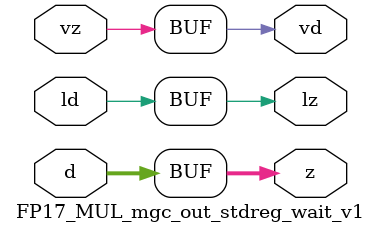
<source format=v>
module FP17_MUL_mgc_out_stdreg_wait_v1 (ld, vd, d, lz, vz, z);
  parameter integer rscid = 1;
  parameter integer width = 8;
  input ld;
  output vd;
  input [width-1:0] d;
  output lz;
  input vz;
  output [width-1:0] z;
  wire vd;
  wire lz;
  wire [width-1:0] z;
  assign z = d;
  assign lz = ld;
  assign vd = vz;
endmodule
</source>
